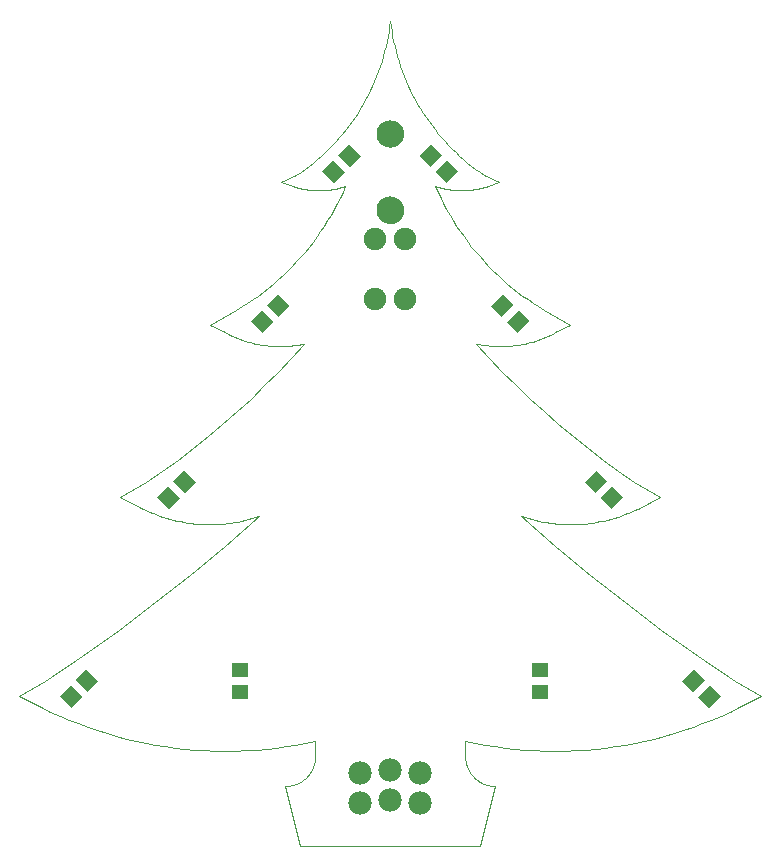
<source format=gbs>
G75*
%MOIN*%
%OFA0B0*%
%FSLAX25Y25*%
%IPPOS*%
%LPD*%
%AMOC8*
5,1,8,0,0,1.08239X$1,22.5*
%
%ADD10C,0.00200*%
%ADD11C,0.00000*%
%ADD12C,0.09061*%
%ADD13R,0.05124X0.05518*%
%ADD14R,0.05518X0.05124*%
%ADD15C,0.07800*%
%ADD16C,0.07487*%
D10*
X0003050Y0051600D02*
X0010550Y0047850D01*
X0003050Y0051600D02*
X0011800Y0056600D01*
X0044300Y0114100D02*
X0036800Y0117850D01*
X0045550Y0122850D01*
X0044300Y0114100D02*
X0045388Y0113573D01*
X0046487Y0113072D01*
X0047599Y0112598D01*
X0048722Y0112151D01*
X0049855Y0111731D01*
X0050998Y0111339D01*
X0052150Y0110974D01*
X0053311Y0110638D01*
X0054479Y0110329D01*
X0055655Y0110049D01*
X0056837Y0109798D01*
X0058025Y0109575D01*
X0059218Y0109381D01*
X0060415Y0109216D01*
X0061616Y0109080D01*
X0062819Y0108973D01*
X0064025Y0108895D01*
X0065233Y0108847D01*
X0066441Y0108827D01*
X0067650Y0108837D01*
X0068858Y0108876D01*
X0070064Y0108945D01*
X0071269Y0109042D01*
X0072471Y0109169D01*
X0073669Y0109324D01*
X0074863Y0109509D01*
X0076053Y0109722D01*
X0077237Y0109964D01*
X0078415Y0110235D01*
X0079585Y0110534D01*
X0080749Y0110862D01*
X0081904Y0111217D01*
X0083050Y0111600D01*
X0101800Y0036601D02*
X0098523Y0035916D01*
X0095230Y0035310D01*
X0091923Y0034785D01*
X0088605Y0034341D01*
X0085276Y0033978D01*
X0081940Y0033696D01*
X0078598Y0033495D01*
X0075252Y0033376D01*
X0071905Y0033338D01*
X0068557Y0033382D01*
X0065211Y0033507D01*
X0061870Y0033714D01*
X0058534Y0034002D01*
X0055206Y0034371D01*
X0051889Y0034821D01*
X0048583Y0035352D01*
X0045291Y0035963D01*
X0042015Y0036654D01*
X0038757Y0037425D01*
X0035519Y0038274D01*
X0032302Y0039203D01*
X0029109Y0040209D01*
X0025941Y0041293D01*
X0022801Y0042454D01*
X0019690Y0043691D01*
X0016610Y0045003D01*
X0013562Y0046390D01*
X0010550Y0047851D01*
X0091800Y0021600D02*
X0092042Y0021603D01*
X0092283Y0021612D01*
X0092524Y0021626D01*
X0092765Y0021647D01*
X0093005Y0021673D01*
X0093245Y0021705D01*
X0093484Y0021743D01*
X0093721Y0021786D01*
X0093958Y0021836D01*
X0094193Y0021891D01*
X0094427Y0021951D01*
X0094659Y0022018D01*
X0094890Y0022089D01*
X0095119Y0022167D01*
X0095346Y0022250D01*
X0095571Y0022338D01*
X0095794Y0022432D01*
X0096014Y0022531D01*
X0096232Y0022636D01*
X0096447Y0022745D01*
X0096660Y0022860D01*
X0096870Y0022980D01*
X0097076Y0023105D01*
X0097280Y0023235D01*
X0097481Y0023370D01*
X0097678Y0023510D01*
X0097872Y0023654D01*
X0098062Y0023803D01*
X0098248Y0023957D01*
X0098431Y0024115D01*
X0098610Y0024277D01*
X0098785Y0024444D01*
X0098956Y0024615D01*
X0099123Y0024790D01*
X0099285Y0024969D01*
X0099443Y0025152D01*
X0099597Y0025338D01*
X0099746Y0025528D01*
X0099890Y0025722D01*
X0100030Y0025919D01*
X0100165Y0026120D01*
X0100295Y0026324D01*
X0100420Y0026530D01*
X0100540Y0026740D01*
X0100655Y0026953D01*
X0100764Y0027168D01*
X0100869Y0027386D01*
X0100968Y0027606D01*
X0101062Y0027829D01*
X0101150Y0028054D01*
X0101233Y0028281D01*
X0101311Y0028510D01*
X0101382Y0028741D01*
X0101449Y0028973D01*
X0101509Y0029207D01*
X0101564Y0029442D01*
X0101614Y0029679D01*
X0101657Y0029916D01*
X0101695Y0030155D01*
X0101727Y0030395D01*
X0101753Y0030635D01*
X0101774Y0030876D01*
X0101788Y0031117D01*
X0101797Y0031358D01*
X0101800Y0031600D01*
X0101800Y0036600D01*
X0091800Y0021600D02*
X0096800Y0001600D01*
X0156800Y0001600D01*
X0161800Y0021600D01*
X0161558Y0021603D01*
X0161317Y0021612D01*
X0161076Y0021626D01*
X0160835Y0021647D01*
X0160595Y0021673D01*
X0160355Y0021705D01*
X0160116Y0021743D01*
X0159879Y0021786D01*
X0159642Y0021836D01*
X0159407Y0021891D01*
X0159173Y0021951D01*
X0158941Y0022018D01*
X0158710Y0022089D01*
X0158481Y0022167D01*
X0158254Y0022250D01*
X0158029Y0022338D01*
X0157806Y0022432D01*
X0157586Y0022531D01*
X0157368Y0022636D01*
X0157153Y0022745D01*
X0156940Y0022860D01*
X0156730Y0022980D01*
X0156524Y0023105D01*
X0156320Y0023235D01*
X0156119Y0023370D01*
X0155922Y0023510D01*
X0155728Y0023654D01*
X0155538Y0023803D01*
X0155352Y0023957D01*
X0155169Y0024115D01*
X0154990Y0024277D01*
X0154815Y0024444D01*
X0154644Y0024615D01*
X0154477Y0024790D01*
X0154315Y0024969D01*
X0154157Y0025152D01*
X0154003Y0025338D01*
X0153854Y0025528D01*
X0153710Y0025722D01*
X0153570Y0025919D01*
X0153435Y0026120D01*
X0153305Y0026324D01*
X0153180Y0026530D01*
X0153060Y0026740D01*
X0152945Y0026953D01*
X0152836Y0027168D01*
X0152731Y0027386D01*
X0152632Y0027606D01*
X0152538Y0027829D01*
X0152450Y0028054D01*
X0152367Y0028281D01*
X0152289Y0028510D01*
X0152218Y0028741D01*
X0152151Y0028973D01*
X0152091Y0029207D01*
X0152036Y0029442D01*
X0151986Y0029679D01*
X0151943Y0029916D01*
X0151905Y0030155D01*
X0151873Y0030395D01*
X0151847Y0030635D01*
X0151826Y0030876D01*
X0151812Y0031117D01*
X0151803Y0031358D01*
X0151800Y0031600D01*
X0151800Y0036600D01*
X0209300Y0114100D02*
X0216800Y0117850D01*
X0208050Y0122850D01*
X0209300Y0114100D02*
X0208212Y0113573D01*
X0207113Y0113072D01*
X0206001Y0112598D01*
X0204878Y0112151D01*
X0203745Y0111731D01*
X0202602Y0111339D01*
X0201450Y0110974D01*
X0200289Y0110638D01*
X0199121Y0110329D01*
X0197945Y0110049D01*
X0196763Y0109798D01*
X0195575Y0109575D01*
X0194382Y0109381D01*
X0193185Y0109216D01*
X0191984Y0109080D01*
X0190781Y0108973D01*
X0189575Y0108895D01*
X0188367Y0108847D01*
X0187159Y0108827D01*
X0185950Y0108837D01*
X0184742Y0108876D01*
X0183536Y0108945D01*
X0182331Y0109042D01*
X0181129Y0109169D01*
X0179931Y0109324D01*
X0178737Y0109509D01*
X0177547Y0109722D01*
X0176363Y0109964D01*
X0175185Y0110235D01*
X0174015Y0110534D01*
X0172851Y0110862D01*
X0171696Y0111217D01*
X0170550Y0111600D01*
X0151800Y0036601D02*
X0155077Y0035916D01*
X0158370Y0035310D01*
X0161677Y0034785D01*
X0164995Y0034341D01*
X0168324Y0033978D01*
X0171660Y0033696D01*
X0175002Y0033495D01*
X0178348Y0033376D01*
X0181695Y0033338D01*
X0185043Y0033382D01*
X0188389Y0033507D01*
X0191730Y0033714D01*
X0195066Y0034002D01*
X0198394Y0034371D01*
X0201711Y0034821D01*
X0205017Y0035352D01*
X0208309Y0035963D01*
X0211585Y0036654D01*
X0214843Y0037425D01*
X0218081Y0038274D01*
X0221298Y0039203D01*
X0224491Y0040209D01*
X0227659Y0041293D01*
X0230799Y0042454D01*
X0233910Y0043691D01*
X0236990Y0045003D01*
X0240038Y0046390D01*
X0243050Y0047851D01*
X0243050Y0047850D02*
X0250550Y0051600D01*
X0241800Y0056600D01*
X0181800Y0172850D02*
X0186800Y0175350D01*
X0178050Y0180350D01*
X0181800Y0172850D02*
X0181003Y0172426D01*
X0180196Y0172021D01*
X0179379Y0171635D01*
X0178553Y0171270D01*
X0177719Y0170924D01*
X0176876Y0170598D01*
X0176027Y0170292D01*
X0175170Y0170007D01*
X0174306Y0169742D01*
X0173437Y0169499D01*
X0172561Y0169276D01*
X0171681Y0169074D01*
X0170796Y0168893D01*
X0169908Y0168733D01*
X0169015Y0168595D01*
X0168120Y0168477D01*
X0167222Y0168382D01*
X0166321Y0168308D01*
X0165420Y0168255D01*
X0164517Y0168224D01*
X0163614Y0168215D01*
X0162711Y0168227D01*
X0161809Y0168261D01*
X0160907Y0168317D01*
X0160007Y0168394D01*
X0159110Y0168492D01*
X0158214Y0168612D01*
X0157322Y0168753D01*
X0156434Y0168916D01*
X0155550Y0169100D01*
X0159300Y0221600D02*
X0163050Y0222850D01*
X0158050Y0225350D01*
X0159300Y0221600D02*
X0158672Y0221399D01*
X0158039Y0221213D01*
X0157402Y0221042D01*
X0156762Y0220886D01*
X0156117Y0220746D01*
X0155470Y0220621D01*
X0154819Y0220511D01*
X0154167Y0220417D01*
X0153512Y0220339D01*
X0152855Y0220276D01*
X0152198Y0220229D01*
X0151539Y0220198D01*
X0150880Y0220182D01*
X0150220Y0220182D01*
X0149561Y0220198D01*
X0148902Y0220229D01*
X0148245Y0220276D01*
X0147588Y0220339D01*
X0146933Y0220417D01*
X0146281Y0220511D01*
X0145630Y0220621D01*
X0144983Y0220746D01*
X0144338Y0220886D01*
X0143698Y0221042D01*
X0143061Y0221213D01*
X0142428Y0221399D01*
X0141800Y0221600D01*
X0111800Y0221600D02*
X0111172Y0221399D01*
X0110539Y0221213D01*
X0109902Y0221042D01*
X0109262Y0220886D01*
X0108617Y0220746D01*
X0107970Y0220621D01*
X0107319Y0220511D01*
X0106667Y0220417D01*
X0106012Y0220339D01*
X0105355Y0220276D01*
X0104698Y0220229D01*
X0104039Y0220198D01*
X0103380Y0220182D01*
X0102720Y0220182D01*
X0102061Y0220198D01*
X0101402Y0220229D01*
X0100745Y0220276D01*
X0100088Y0220339D01*
X0099433Y0220417D01*
X0098781Y0220511D01*
X0098130Y0220621D01*
X0097483Y0220746D01*
X0096838Y0220886D01*
X0096198Y0221042D01*
X0095561Y0221213D01*
X0094928Y0221399D01*
X0094300Y0221600D01*
X0090550Y0222850D01*
X0095550Y0225350D01*
X0098050Y0169100D02*
X0097166Y0168916D01*
X0096278Y0168753D01*
X0095386Y0168612D01*
X0094490Y0168492D01*
X0093593Y0168394D01*
X0092693Y0168317D01*
X0091791Y0168261D01*
X0090889Y0168227D01*
X0089986Y0168215D01*
X0089083Y0168224D01*
X0088180Y0168255D01*
X0087279Y0168308D01*
X0086378Y0168382D01*
X0085480Y0168477D01*
X0084585Y0168595D01*
X0083692Y0168733D01*
X0082804Y0168893D01*
X0081919Y0169074D01*
X0081039Y0169276D01*
X0080163Y0169499D01*
X0079294Y0169742D01*
X0078430Y0170007D01*
X0077573Y0170292D01*
X0076724Y0170598D01*
X0075881Y0170924D01*
X0075047Y0171270D01*
X0074221Y0171635D01*
X0073404Y0172021D01*
X0072597Y0172426D01*
X0071800Y0172850D01*
X0066800Y0175350D01*
X0075550Y0180350D01*
X0077381Y0181471D01*
X0079184Y0182636D01*
X0080959Y0183844D01*
X0082704Y0185094D01*
X0084419Y0186386D01*
X0086102Y0187718D01*
X0087753Y0189091D01*
X0089370Y0190502D01*
X0090953Y0191953D01*
X0092501Y0193441D01*
X0094012Y0194965D01*
X0095486Y0196526D01*
X0096923Y0198121D01*
X0098320Y0199751D01*
X0099679Y0201413D01*
X0100996Y0203108D01*
X0102273Y0204834D01*
X0103508Y0206590D01*
X0104700Y0208375D01*
X0105849Y0210189D01*
X0106954Y0212029D01*
X0108015Y0213896D01*
X0109030Y0215787D01*
X0110000Y0217702D01*
X0110923Y0219640D01*
X0111800Y0221600D01*
X0095550Y0225350D02*
X0096971Y0226321D01*
X0098369Y0227326D01*
X0099742Y0228365D01*
X0101089Y0229437D01*
X0102409Y0230541D01*
X0103703Y0231676D01*
X0104969Y0232843D01*
X0106206Y0234040D01*
X0107414Y0235267D01*
X0108591Y0236522D01*
X0109738Y0237806D01*
X0110854Y0239117D01*
X0111937Y0240454D01*
X0112988Y0241818D01*
X0114005Y0243206D01*
X0114989Y0244619D01*
X0115938Y0246055D01*
X0116852Y0247514D01*
X0117730Y0248994D01*
X0118572Y0250496D01*
X0119378Y0252017D01*
X0120146Y0253557D01*
X0120877Y0255116D01*
X0121570Y0256691D01*
X0122225Y0258284D01*
X0122841Y0259891D01*
X0123418Y0261513D01*
X0123955Y0263148D01*
X0124452Y0264796D01*
X0124910Y0266456D01*
X0125327Y0268126D01*
X0125704Y0269805D01*
X0126039Y0271494D01*
X0126334Y0273190D01*
X0126588Y0274892D01*
X0126800Y0276600D01*
X0127012Y0274892D01*
X0127266Y0273190D01*
X0127561Y0271494D01*
X0127896Y0269805D01*
X0128273Y0268126D01*
X0128690Y0266456D01*
X0129148Y0264796D01*
X0129645Y0263148D01*
X0130182Y0261513D01*
X0130759Y0259891D01*
X0131375Y0258284D01*
X0132030Y0256691D01*
X0132723Y0255116D01*
X0133454Y0253557D01*
X0134222Y0252017D01*
X0135028Y0250496D01*
X0135870Y0248994D01*
X0136748Y0247514D01*
X0137662Y0246055D01*
X0138611Y0244619D01*
X0139595Y0243206D01*
X0140612Y0241818D01*
X0141663Y0240454D01*
X0142746Y0239117D01*
X0143862Y0237806D01*
X0145009Y0236522D01*
X0146186Y0235267D01*
X0147394Y0234040D01*
X0148631Y0232843D01*
X0149897Y0231676D01*
X0151191Y0230541D01*
X0152511Y0229437D01*
X0153858Y0228365D01*
X0155231Y0227326D01*
X0156629Y0226321D01*
X0158050Y0225350D01*
X0141800Y0221600D02*
X0142677Y0219640D01*
X0143600Y0217702D01*
X0144570Y0215787D01*
X0145585Y0213896D01*
X0146646Y0212029D01*
X0147751Y0210189D01*
X0148900Y0208375D01*
X0150092Y0206590D01*
X0151327Y0204834D01*
X0152604Y0203108D01*
X0153921Y0201413D01*
X0155280Y0199751D01*
X0156677Y0198121D01*
X0158114Y0196526D01*
X0159588Y0194965D01*
X0161099Y0193441D01*
X0162647Y0191953D01*
X0164230Y0190502D01*
X0165847Y0189091D01*
X0167498Y0187718D01*
X0169181Y0186386D01*
X0170896Y0185094D01*
X0172641Y0183844D01*
X0174416Y0182636D01*
X0176219Y0181471D01*
X0178050Y0180350D01*
X0155550Y0169100D02*
X0159829Y0164372D01*
X0164214Y0159742D01*
X0168702Y0155212D01*
X0173291Y0150784D01*
X0177980Y0146462D01*
X0182765Y0142247D01*
X0187644Y0138141D01*
X0192614Y0134146D01*
X0197674Y0130265D01*
X0202820Y0126499D01*
X0208050Y0122850D01*
X0170549Y0111600D02*
X0181855Y0101719D01*
X0193397Y0092117D01*
X0205170Y0082798D01*
X0217166Y0073769D01*
X0229378Y0065034D01*
X0241799Y0056600D01*
X0098050Y0169100D02*
X0093771Y0164372D01*
X0089386Y0159742D01*
X0084898Y0155212D01*
X0080309Y0150784D01*
X0075620Y0146462D01*
X0070835Y0142247D01*
X0065956Y0138141D01*
X0060986Y0134146D01*
X0055926Y0130265D01*
X0050780Y0126499D01*
X0045550Y0122850D01*
X0083051Y0111600D02*
X0071745Y0101719D01*
X0060203Y0092117D01*
X0048430Y0082798D01*
X0036434Y0073769D01*
X0024222Y0065034D01*
X0011801Y0056600D01*
D11*
X0122469Y0213600D02*
X0122471Y0213731D01*
X0122477Y0213863D01*
X0122487Y0213994D01*
X0122501Y0214125D01*
X0122519Y0214255D01*
X0122541Y0214384D01*
X0122566Y0214513D01*
X0122596Y0214641D01*
X0122630Y0214768D01*
X0122667Y0214895D01*
X0122708Y0215019D01*
X0122753Y0215143D01*
X0122802Y0215265D01*
X0122854Y0215386D01*
X0122910Y0215504D01*
X0122970Y0215622D01*
X0123033Y0215737D01*
X0123100Y0215850D01*
X0123170Y0215962D01*
X0123243Y0216071D01*
X0123319Y0216177D01*
X0123399Y0216282D01*
X0123482Y0216384D01*
X0123568Y0216483D01*
X0123657Y0216580D01*
X0123749Y0216674D01*
X0123844Y0216765D01*
X0123941Y0216854D01*
X0124041Y0216939D01*
X0124144Y0217021D01*
X0124249Y0217100D01*
X0124356Y0217176D01*
X0124466Y0217248D01*
X0124578Y0217317D01*
X0124692Y0217383D01*
X0124807Y0217445D01*
X0124925Y0217504D01*
X0125044Y0217559D01*
X0125165Y0217611D01*
X0125288Y0217658D01*
X0125412Y0217702D01*
X0125537Y0217743D01*
X0125663Y0217779D01*
X0125791Y0217812D01*
X0125919Y0217840D01*
X0126048Y0217865D01*
X0126178Y0217886D01*
X0126308Y0217903D01*
X0126439Y0217916D01*
X0126570Y0217925D01*
X0126701Y0217930D01*
X0126833Y0217931D01*
X0126964Y0217928D01*
X0127096Y0217921D01*
X0127227Y0217910D01*
X0127357Y0217895D01*
X0127487Y0217876D01*
X0127617Y0217853D01*
X0127745Y0217827D01*
X0127873Y0217796D01*
X0128000Y0217761D01*
X0128126Y0217723D01*
X0128250Y0217681D01*
X0128374Y0217635D01*
X0128495Y0217585D01*
X0128615Y0217532D01*
X0128734Y0217475D01*
X0128851Y0217415D01*
X0128965Y0217351D01*
X0129078Y0217283D01*
X0129189Y0217212D01*
X0129298Y0217138D01*
X0129404Y0217061D01*
X0129508Y0216980D01*
X0129609Y0216897D01*
X0129708Y0216810D01*
X0129804Y0216720D01*
X0129897Y0216627D01*
X0129988Y0216532D01*
X0130075Y0216434D01*
X0130160Y0216333D01*
X0130241Y0216230D01*
X0130319Y0216124D01*
X0130394Y0216016D01*
X0130466Y0215906D01*
X0130534Y0215794D01*
X0130599Y0215680D01*
X0130660Y0215563D01*
X0130718Y0215445D01*
X0130772Y0215325D01*
X0130823Y0215204D01*
X0130870Y0215081D01*
X0130913Y0214957D01*
X0130952Y0214832D01*
X0130988Y0214705D01*
X0131019Y0214577D01*
X0131047Y0214449D01*
X0131071Y0214320D01*
X0131091Y0214190D01*
X0131107Y0214059D01*
X0131119Y0213928D01*
X0131127Y0213797D01*
X0131131Y0213666D01*
X0131131Y0213534D01*
X0131127Y0213403D01*
X0131119Y0213272D01*
X0131107Y0213141D01*
X0131091Y0213010D01*
X0131071Y0212880D01*
X0131047Y0212751D01*
X0131019Y0212623D01*
X0130988Y0212495D01*
X0130952Y0212368D01*
X0130913Y0212243D01*
X0130870Y0212119D01*
X0130823Y0211996D01*
X0130772Y0211875D01*
X0130718Y0211755D01*
X0130660Y0211637D01*
X0130599Y0211520D01*
X0130534Y0211406D01*
X0130466Y0211294D01*
X0130394Y0211184D01*
X0130319Y0211076D01*
X0130241Y0210970D01*
X0130160Y0210867D01*
X0130075Y0210766D01*
X0129988Y0210668D01*
X0129897Y0210573D01*
X0129804Y0210480D01*
X0129708Y0210390D01*
X0129609Y0210303D01*
X0129508Y0210220D01*
X0129404Y0210139D01*
X0129298Y0210062D01*
X0129189Y0209988D01*
X0129078Y0209917D01*
X0128966Y0209849D01*
X0128851Y0209785D01*
X0128734Y0209725D01*
X0128615Y0209668D01*
X0128495Y0209615D01*
X0128374Y0209565D01*
X0128250Y0209519D01*
X0128126Y0209477D01*
X0128000Y0209439D01*
X0127873Y0209404D01*
X0127745Y0209373D01*
X0127617Y0209347D01*
X0127487Y0209324D01*
X0127357Y0209305D01*
X0127227Y0209290D01*
X0127096Y0209279D01*
X0126964Y0209272D01*
X0126833Y0209269D01*
X0126701Y0209270D01*
X0126570Y0209275D01*
X0126439Y0209284D01*
X0126308Y0209297D01*
X0126178Y0209314D01*
X0126048Y0209335D01*
X0125919Y0209360D01*
X0125791Y0209388D01*
X0125663Y0209421D01*
X0125537Y0209457D01*
X0125412Y0209498D01*
X0125288Y0209542D01*
X0125165Y0209589D01*
X0125044Y0209641D01*
X0124925Y0209696D01*
X0124807Y0209755D01*
X0124692Y0209817D01*
X0124578Y0209883D01*
X0124466Y0209952D01*
X0124356Y0210024D01*
X0124249Y0210100D01*
X0124144Y0210179D01*
X0124041Y0210261D01*
X0123941Y0210346D01*
X0123844Y0210435D01*
X0123749Y0210526D01*
X0123657Y0210620D01*
X0123568Y0210717D01*
X0123482Y0210816D01*
X0123399Y0210918D01*
X0123319Y0211023D01*
X0123243Y0211129D01*
X0123170Y0211238D01*
X0123100Y0211350D01*
X0123033Y0211463D01*
X0122970Y0211578D01*
X0122910Y0211696D01*
X0122854Y0211814D01*
X0122802Y0211935D01*
X0122753Y0212057D01*
X0122708Y0212181D01*
X0122667Y0212305D01*
X0122630Y0212432D01*
X0122596Y0212559D01*
X0122566Y0212687D01*
X0122541Y0212816D01*
X0122519Y0212945D01*
X0122501Y0213075D01*
X0122487Y0213206D01*
X0122477Y0213337D01*
X0122471Y0213469D01*
X0122469Y0213600D01*
X0122469Y0239100D02*
X0122471Y0239231D01*
X0122477Y0239363D01*
X0122487Y0239494D01*
X0122501Y0239625D01*
X0122519Y0239755D01*
X0122541Y0239884D01*
X0122566Y0240013D01*
X0122596Y0240141D01*
X0122630Y0240268D01*
X0122667Y0240395D01*
X0122708Y0240519D01*
X0122753Y0240643D01*
X0122802Y0240765D01*
X0122854Y0240886D01*
X0122910Y0241004D01*
X0122970Y0241122D01*
X0123033Y0241237D01*
X0123100Y0241350D01*
X0123170Y0241462D01*
X0123243Y0241571D01*
X0123319Y0241677D01*
X0123399Y0241782D01*
X0123482Y0241884D01*
X0123568Y0241983D01*
X0123657Y0242080D01*
X0123749Y0242174D01*
X0123844Y0242265D01*
X0123941Y0242354D01*
X0124041Y0242439D01*
X0124144Y0242521D01*
X0124249Y0242600D01*
X0124356Y0242676D01*
X0124466Y0242748D01*
X0124578Y0242817D01*
X0124692Y0242883D01*
X0124807Y0242945D01*
X0124925Y0243004D01*
X0125044Y0243059D01*
X0125165Y0243111D01*
X0125288Y0243158D01*
X0125412Y0243202D01*
X0125537Y0243243D01*
X0125663Y0243279D01*
X0125791Y0243312D01*
X0125919Y0243340D01*
X0126048Y0243365D01*
X0126178Y0243386D01*
X0126308Y0243403D01*
X0126439Y0243416D01*
X0126570Y0243425D01*
X0126701Y0243430D01*
X0126833Y0243431D01*
X0126964Y0243428D01*
X0127096Y0243421D01*
X0127227Y0243410D01*
X0127357Y0243395D01*
X0127487Y0243376D01*
X0127617Y0243353D01*
X0127745Y0243327D01*
X0127873Y0243296D01*
X0128000Y0243261D01*
X0128126Y0243223D01*
X0128250Y0243181D01*
X0128374Y0243135D01*
X0128495Y0243085D01*
X0128615Y0243032D01*
X0128734Y0242975D01*
X0128851Y0242915D01*
X0128965Y0242851D01*
X0129078Y0242783D01*
X0129189Y0242712D01*
X0129298Y0242638D01*
X0129404Y0242561D01*
X0129508Y0242480D01*
X0129609Y0242397D01*
X0129708Y0242310D01*
X0129804Y0242220D01*
X0129897Y0242127D01*
X0129988Y0242032D01*
X0130075Y0241934D01*
X0130160Y0241833D01*
X0130241Y0241730D01*
X0130319Y0241624D01*
X0130394Y0241516D01*
X0130466Y0241406D01*
X0130534Y0241294D01*
X0130599Y0241180D01*
X0130660Y0241063D01*
X0130718Y0240945D01*
X0130772Y0240825D01*
X0130823Y0240704D01*
X0130870Y0240581D01*
X0130913Y0240457D01*
X0130952Y0240332D01*
X0130988Y0240205D01*
X0131019Y0240077D01*
X0131047Y0239949D01*
X0131071Y0239820D01*
X0131091Y0239690D01*
X0131107Y0239559D01*
X0131119Y0239428D01*
X0131127Y0239297D01*
X0131131Y0239166D01*
X0131131Y0239034D01*
X0131127Y0238903D01*
X0131119Y0238772D01*
X0131107Y0238641D01*
X0131091Y0238510D01*
X0131071Y0238380D01*
X0131047Y0238251D01*
X0131019Y0238123D01*
X0130988Y0237995D01*
X0130952Y0237868D01*
X0130913Y0237743D01*
X0130870Y0237619D01*
X0130823Y0237496D01*
X0130772Y0237375D01*
X0130718Y0237255D01*
X0130660Y0237137D01*
X0130599Y0237020D01*
X0130534Y0236906D01*
X0130466Y0236794D01*
X0130394Y0236684D01*
X0130319Y0236576D01*
X0130241Y0236470D01*
X0130160Y0236367D01*
X0130075Y0236266D01*
X0129988Y0236168D01*
X0129897Y0236073D01*
X0129804Y0235980D01*
X0129708Y0235890D01*
X0129609Y0235803D01*
X0129508Y0235720D01*
X0129404Y0235639D01*
X0129298Y0235562D01*
X0129189Y0235488D01*
X0129078Y0235417D01*
X0128966Y0235349D01*
X0128851Y0235285D01*
X0128734Y0235225D01*
X0128615Y0235168D01*
X0128495Y0235115D01*
X0128374Y0235065D01*
X0128250Y0235019D01*
X0128126Y0234977D01*
X0128000Y0234939D01*
X0127873Y0234904D01*
X0127745Y0234873D01*
X0127617Y0234847D01*
X0127487Y0234824D01*
X0127357Y0234805D01*
X0127227Y0234790D01*
X0127096Y0234779D01*
X0126964Y0234772D01*
X0126833Y0234769D01*
X0126701Y0234770D01*
X0126570Y0234775D01*
X0126439Y0234784D01*
X0126308Y0234797D01*
X0126178Y0234814D01*
X0126048Y0234835D01*
X0125919Y0234860D01*
X0125791Y0234888D01*
X0125663Y0234921D01*
X0125537Y0234957D01*
X0125412Y0234998D01*
X0125288Y0235042D01*
X0125165Y0235089D01*
X0125044Y0235141D01*
X0124925Y0235196D01*
X0124807Y0235255D01*
X0124692Y0235317D01*
X0124578Y0235383D01*
X0124466Y0235452D01*
X0124356Y0235524D01*
X0124249Y0235600D01*
X0124144Y0235679D01*
X0124041Y0235761D01*
X0123941Y0235846D01*
X0123844Y0235935D01*
X0123749Y0236026D01*
X0123657Y0236120D01*
X0123568Y0236217D01*
X0123482Y0236316D01*
X0123399Y0236418D01*
X0123319Y0236523D01*
X0123243Y0236629D01*
X0123170Y0236738D01*
X0123100Y0236850D01*
X0123033Y0236963D01*
X0122970Y0237078D01*
X0122910Y0237196D01*
X0122854Y0237314D01*
X0122802Y0237435D01*
X0122753Y0237557D01*
X0122708Y0237681D01*
X0122667Y0237805D01*
X0122630Y0237932D01*
X0122596Y0238059D01*
X0122566Y0238187D01*
X0122541Y0238316D01*
X0122519Y0238445D01*
X0122501Y0238575D01*
X0122487Y0238706D01*
X0122477Y0238837D01*
X0122471Y0238969D01*
X0122469Y0239100D01*
D12*
X0126800Y0239100D03*
X0126800Y0213600D03*
D13*
G36*
X0116964Y0231613D02*
X0113341Y0227990D01*
X0109440Y0231891D01*
X0113063Y0235514D01*
X0116964Y0231613D01*
G37*
G36*
X0111660Y0226309D02*
X0108037Y0222686D01*
X0104136Y0226587D01*
X0107759Y0230210D01*
X0111660Y0226309D01*
G37*
G36*
X0140259Y0227990D02*
X0136636Y0231613D01*
X0140537Y0235514D01*
X0144160Y0231891D01*
X0140259Y0227990D01*
G37*
G36*
X0145563Y0222686D02*
X0141940Y0226309D01*
X0145841Y0230210D01*
X0149464Y0226587D01*
X0145563Y0222686D01*
G37*
G36*
X0164009Y0177990D02*
X0160386Y0181613D01*
X0164287Y0185514D01*
X0167910Y0181891D01*
X0164009Y0177990D01*
G37*
G36*
X0169313Y0172686D02*
X0165690Y0176309D01*
X0169591Y0180210D01*
X0173214Y0176587D01*
X0169313Y0172686D01*
G37*
G36*
X0195259Y0119240D02*
X0191636Y0122863D01*
X0195537Y0126764D01*
X0199160Y0123141D01*
X0195259Y0119240D01*
G37*
G36*
X0200563Y0113936D02*
X0196940Y0117559D01*
X0200841Y0121460D01*
X0204464Y0117837D01*
X0200563Y0113936D01*
G37*
G36*
X0227759Y0052990D02*
X0224136Y0056613D01*
X0228037Y0060514D01*
X0231660Y0056891D01*
X0227759Y0052990D01*
G37*
G36*
X0233063Y0047686D02*
X0229440Y0051309D01*
X0233341Y0055210D01*
X0236964Y0051587D01*
X0233063Y0047686D01*
G37*
G36*
X0093214Y0181613D02*
X0089591Y0177990D01*
X0085690Y0181891D01*
X0089313Y0185514D01*
X0093214Y0181613D01*
G37*
G36*
X0087910Y0176309D02*
X0084287Y0172686D01*
X0080386Y0176587D01*
X0084009Y0180210D01*
X0087910Y0176309D01*
G37*
G36*
X0061964Y0122863D02*
X0058341Y0119240D01*
X0054440Y0123141D01*
X0058063Y0126764D01*
X0061964Y0122863D01*
G37*
G36*
X0056660Y0117559D02*
X0053037Y0113936D01*
X0049136Y0117837D01*
X0052759Y0121460D01*
X0056660Y0117559D01*
G37*
G36*
X0029464Y0056613D02*
X0025841Y0052990D01*
X0021940Y0056891D01*
X0025563Y0060514D01*
X0029464Y0056613D01*
G37*
G36*
X0024160Y0051309D02*
X0020537Y0047686D01*
X0016636Y0051587D01*
X0020259Y0055210D01*
X0024160Y0051309D01*
G37*
D14*
X0076800Y0052850D03*
X0076800Y0060350D03*
X0176800Y0060350D03*
X0176800Y0052850D03*
D15*
X0136800Y0026100D03*
X0126800Y0027100D03*
X0126800Y0017100D03*
X0136800Y0016100D03*
X0116800Y0016100D03*
X0116800Y0026100D03*
D16*
X0121800Y0184100D03*
X0131800Y0184100D03*
X0131800Y0204100D03*
X0121800Y0204100D03*
M02*

</source>
